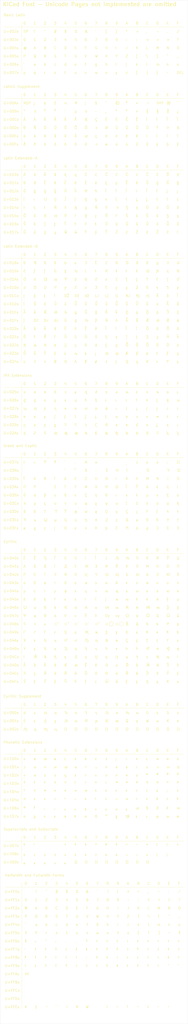
<source format=kicad_pcb>
(kicad_pcb (version 20221018) (generator pcbnew)

  (general
    (thickness 1.6)
  )

  (paper "User" 167.005 821.004)
  (title_block
    (title "KiCad Font Characters")
    (date "2023-10-31")
    (company "Morten Hattesen")
  )

  (layers
    (0 "F.Cu" signal)
    (31 "B.Cu" signal)
    (32 "B.Adhes" user "B.Adhesive")
    (33 "F.Adhes" user "F.Adhesive")
    (34 "B.Paste" user)
    (35 "F.Paste" user)
    (36 "B.SilkS" user "B.Silkscreen")
    (37 "F.SilkS" user "F.Silkscreen")
    (38 "B.Mask" user)
    (39 "F.Mask" user)
    (40 "Dwgs.User" user "User.Drawings")
    (41 "Cmts.User" user "User.Comments")
    (42 "Eco1.User" user "User.Eco1")
    (43 "Eco2.User" user "User.Eco2")
    (44 "Edge.Cuts" user)
    (45 "Margin" user)
    (46 "B.CrtYd" user "B.Courtyard")
    (47 "F.CrtYd" user "F.Courtyard")
    (48 "B.Fab" user)
    (49 "F.Fab" user)
    (50 "User.1" user)
    (51 "User.2" user)
    (52 "User.3" user)
    (53 "User.4" user)
    (54 "User.5" user)
    (55 "User.6" user)
    (56 "User.7" user)
    (57 "User.8" user)
    (58 "User.9" user)
  )

  (setup
    (stackup
      (layer "F.SilkS" (type "Top Silk Screen"))
      (layer "F.Paste" (type "Top Solder Paste"))
      (layer "F.Mask" (type "Top Solder Mask") (thickness 0.01))
      (layer "F.Cu" (type "copper") (thickness 0.035))
      (layer "dielectric 1" (type "core") (thickness 1.51) (material "FR4") (epsilon_r 4.5) (loss_tangent 0.02))
      (layer "B.Cu" (type "copper") (thickness 0.035))
      (layer "B.Mask" (type "Bottom Solder Mask") (thickness 0.01))
      (layer "B.Paste" (type "Bottom Solder Paste"))
      (layer "B.SilkS" (type "Bottom Silk Screen"))
      (copper_finish "None")
      (dielectric_constraints no)
    )
    (pad_to_mask_clearance 0)
    (pcbplotparams
      (layerselection 0x0000020_7ffffffe)
      (plot_on_all_layers_selection 0x0000000_00000000)
      (disableapertmacros false)
      (usegerberextensions false)
      (usegerberattributes true)
      (usegerberadvancedattributes true)
      (creategerberjobfile false)
      (dashed_line_dash_ratio 12.000000)
      (dashed_line_gap_ratio 3.000000)
      (svgprecision 4)
      (plotframeref false)
      (viasonmask false)
      (mode 1)
      (useauxorigin false)
      (hpglpennumber 1)
      (hpglpenspeed 20)
      (hpglpendiameter 15.000000)
      (dxfpolygonmode true)
      (dxfimperialunits true)
      (dxfusepcbnewfont true)
      (psnegative false)
      (psa4output false)
      (plotreference false)
      (plotvalue false)
      (plotinvisibletext false)
      (sketchpadsonfab false)
      (subtractmaskfromsilk false)
      (outputformat 5)
      (mirror false)
      (drillshape 0)
      (scaleselection 1)
      (outputdirectory "export/")
    )
  )

  (net 0 "")

  (gr_line (start 27 596) (end 27 650)
    (stroke (width 0.15) (type default)) (layer "F.SilkS") (tstamp 04e42a5c-04de-48cd-9832-cc3d6c685c29))
  (gr_line (start 27 664) (end 27 686)
    (stroke (width 0.15) (type default)) (layer "F.SilkS") (tstamp 062eb624-f169-4f61-baad-15e83ef62e0c))
  (gr_line (start 154 600) (end 13 600)
    (stroke (width 0.15) (type default)) (layer "F.SilkS") (tstamp 1012bffa-6249-454e-a013-6c7d7d255d84))
  (gr_line (start 27 139) (end 27 193)
    (stroke (width 0.15) (type default)) (layer "F.SilkS") (tstamp 194406ab-eb86-498b-994e-1137fa3b7b6e))
  (gr_line (start 13 443) (end 154 443)
    (stroke (width 0.15) (type default)) (layer "F.SilkS") (tstamp 2a98ef6d-016e-49c6-9505-a908858d9f8e))
  (gr_line (start 13 313) (end 154 313)
    (stroke (width 0.15) (type default)) (layer "F.SilkS") (tstamp 2d8eaaeb-ec9c-43e7-9a6e-c46d1c2f9112))
  (gr_line (start 27 309) (end 27 350)
    (stroke (width 0.15) (type default)) (layer "F.SilkS") (tstamp 4dc97b43-4b00-4fb6-bd9c-c7c06abf2dc6))
  (gr_line (start 13 564) (end 154 564)
    (stroke (width 0.15) (type default)) (layer "F.SilkS") (tstamp 5534f6d2-ff0e-4ebf-ba5c-00a53f904439))
  (gr_line (start 13 143) (end 154 143)
    (stroke (width 0.15) (type default)) (layer "F.SilkS") (tstamp 5a729dda-98ea-4a19-aebe-19906547b758))
  (gr_line (start 13 87) (end 154 87)
    (stroke (width 0.15) (type default)) (layer "F.SilkS") (tstamp 685305f9-8e6b-4b29-8d28-0e8f646c04c3))
  (gr_line (start 27 700) (end 27 799)
    (stroke (width 0.15) (type default)) (layer "F.SilkS") (tstamp 6cb033f9-4b08-46cb-8e65-3960d5da00cf))
  (gr_line (start 27 27) (end 27 68)
    (stroke (width 0.15) (type default)) (layer "F.SilkS") (tstamp 782bd9f8-f358-4afa-b43f-91ce517f8cfb))
  (gr_line (start 27 560) (end 27 582)
    (stroke (width 0.15) (type default)) (layer "F.SilkS") (tstamp 84d42f44-7b8b-4db7-ad40-aab2f311ec1e))
  (gr_line (start 154 668) (end 13 668)
    (stroke (width 0.15) (type default)) (layer "F.SilkS") (tstamp a423fb14-61ea-47e2-ac91-ca59d855021e))
  (gr_line (start 13 368) (end 154 368)
    (stroke (width 0.15) (type default)) (layer "F.SilkS") (tstamp a5bdbdbb-49a0-4e5f-9317-b53eed74a0f1))
  (gr_line (start 27 208) (end 27 294)
    (stroke (width 0.15) (type default)) (layer "F.SilkS") (tstamp ad2c8060-35f9-444c-ab71-848607fc3063))
  (gr_line (start 27 83) (end 27 124)
    (stroke (width 0.15) (type default)) (layer "F.SilkS") (tstamp c9720930-c4b4-41b5-bd50-0472350be66f))
  (gr_line (start 155 704) (end 14 704)
    (stroke (width 0.15) (type default)) (layer "F.SilkS") (tstamp dde4956f-6543-4c3a-888d-dd8448ff5789))
  (gr_line (start 27 364) (end 27 425)
    (stroke (width 0.15) (type default)) (layer "F.SilkS") (tstamp de2a1a59-7cbb-4870-a01e-319e80d73d3f))
  (gr_line (start 13 212) (end 154 212)
    (stroke (width 0.15) (type default)) (layer "F.SilkS") (tstamp e16d24a9-dbc7-48a3-bb04-356fb2346841))
  (gr_line (start 13 31) (end 154 31)
    (stroke (width 0.15) (type default)) (layer "F.SilkS") (tstamp f02d3fa0-5ad1-4fa4-8034-162ef8709773))
  (gr_line (start 27 439) (end 27 545)
    (stroke (width 0.15) (type default)) (layer "F.SilkS") (tstamp f1458d6d-a49b-499c-aad6-274b759a0b69))
  (gr_rect (start 10 10) (end 157 811)
    (stroke (width 0.1) (type default)) (fill none) (layer "Edge.Cuts") (tstamp ab925ebf-a475-4eef-97e2-e757a2eb5adc))
  (gr_text "KiCad Font - Unicode Pages not implemented are omitted" (at 12 15) (layer "F.SilkS") (tstamp d6e1e20f-561d-401f-8c5d-00d901c96988)
    (effects (font (size 3 3) (thickness 0.5) bold) (justify left bottom))
  )
  (gr_text_box "Superscripts and Subscripts\n\n		0	1	2	3	4	5	6	7	8	9	A	B	C	D	E	F\n\nU+207x	⁰	ⁱ			⁴	⁵	⁶	⁷	⁸	⁹	⁺	⁻	⁼	⁽	⁾	ⁿ\n\nU+208x	₀	₁	₂	₃	₄	₅	₆	₇	₈	₉	₊	₋	₌	₍	₎	\n\nU+209x	ₐ	ₑ	ₒ	ₓ	ₔ	ₕ	ₖ	ₗ	ₘ	ₙ	ₚ	ₛ	ₜ			"
    (start 11 656) (end 155 687) (layer "F.SilkS") (tstamp 2427a9cf-8c87-4a80-b8c4-8ee136d6b315)
      (effects (font (size 2 2) (thickness 0.3)) (justify left top))
  )
  (gr_text_box "Basic Latin\n\n		0	1	2	3	4	5	6	7	8	9	A	B	C	D	E	F\n\nU+002x	SP	!	{dblquote}	#	$	%	&	'	(	)	*	+	,	-	.	/\n\nU+003x	0	1	2	3	4	5	6	7	8	9	:	;	<	=	>	?\n\nU+004x	@	A	B	C	D	E	F	G	H	I	J	K	L	M	N	O\n\nU+005x	P	Q	R	S	T	U	V	W	X	Y	Z	[	\\	]	^	_\n\nU+006x	`	a	b	c	d	e	f	g	h	i	j	k	l	m	n	o\n\nU+007x	p	q	r	s	t	u	v	w	x	y	z	{	|	}	~	DEL"
    (start 11 19) (end 155 70) (layer "F.SilkS") (tstamp 2fe74e0c-0993-42b5-af37-fcf52d555b97)
      (effects (font (size 2 2) (thickness 0.3)) (justify left top))
  )
  (gr_text_box "IPA Extensions\n\n		0	1	2	3	4	5	6	7	8	9	A	B	C	D	E	F\n\nU+025x	ɐ	ɑ	ɒ	ɓ	ɔ	ɕ	ɖ	ɗ	ɘ	ə	ɚ	ɛ	ɜ	ɝ	ɞ	ɟ\n\nU+026x	ɠ	ɡ	ɢ	ɣ	ɤ	ɥ	ɦ	ɧ	ɨ	ɩ	ɪ	ɫ	ɬ	ɭ	ɮ	ɯ\n\nU+027x	ɰ	ɱ	ɲ	ɳ	ɴ	ɵ	ɶ	ɷ	ɸ	ɹ	ɺ	ɻ	ɼ	ɽ	ɾ	ɿ\n\nU+028x	ʀ	ʁ	ʂ	ʃ	ʄ	ʅ	ʆ	ʇ	ʈ	ʉ	ʊ	ʋ	ʌ	ʍ	ʎ	ʏ\n\nU+029x	ʐ	ʑ	ʒ	ʓ	ʔ	ʕ	ʖ	ʗ	ʘ	ʙ	ʚ	ʛ	ʜ	ʝ	ʞ	ʟ\n\nU+02Ax	ʠ	ʡ	ʢ	ʣ	ʤ	ʥ	ʦ	ʧ	ʨ	ʩ	ʪ	ʫ	ʬ	ʭ	ʮ	ʯ"
    (start 11 301) (end 155 351) (layer "F.SilkS") (tstamp 4d29987c-b16e-42c1-93a1-86c000e7bb43)
      (effects (font (size 2 2) (thickness 0.3)) (justify left top))
  )
  (gr_text_box "Latin Extended-B\n\n		0	1	2	3	4	5	6	7	8	9	A	B	C	D	E	F\n\nU+018x	ƀ	Ɓ	Ƃ	ƃ	Ƅ	ƅ	Ɔ	Ƈ	ƈ	Ɖ	Ɗ	Ƌ	ƌ	ƍ	Ǝ	Ə\n\nU+019x	Ɛ	Ƒ	ƒ	Ɠ	Ɣ	ƕ	Ɩ	Ɨ	Ƙ	ƙ	ƚ	ƛ	Ɯ	Ɲ	ƞ	Ɵ\n\nU+01Ax	Ơ	ơ	Ƣ	ƣ	Ƥ	ƥ	Ʀ	Ƨ	ƨ	Ʃ	ƪ	ƫ	Ƭ	ƭ	Ʈ	Ư\n\nU+01Bx	ư	Ʊ	Ʋ	Ƴ	ƴ	Ƶ	ƶ	Ʒ	Ƹ	ƹ	ƺ	ƻ	Ƽ	ƽ	ƾ	ƿ\n\nU+01Cx	ǀ	ǁ	ǂ	ǃ	Ǆ	ǅ	ǆ	Ǉ	ǈ	ǉ	Ǌ	ǋ	ǌ	Ǎ	ǎ	Ǐ\n\nU+01Dx	ǐ	Ǒ	ǒ	Ǔ	ǔ	Ǖ	ǖ	Ǘ	ǘ	Ǚ	ǚ	Ǜ	ǜ	ǝ	Ǟ	ǟ\n\nU+01Ex	Ǡ	ǡ	Ǣ	ǣ	Ǥ	ǥ	Ǧ	ǧ	Ǩ	ǩ	Ǫ	ǫ	Ǭ	ǭ	Ǯ	ǯ\n\nU+01Fx	ǰ	Ǳ	ǲ	ǳ	Ǵ	ǵ	Ƕ	Ƿ	Ǹ	ǹ	Ǻ	ǻ	Ǽ	ǽ	Ǿ	ǿ\n\nU+020x	Ȁ	ȁ	Ȃ	ȃ	Ȅ	ȅ	Ȇ	ȇ	Ȉ	ȉ	Ȋ	ȋ	Ȍ	ȍ	Ȏ	ȏ\n\nU+021x	Ȑ	ȑ	Ȓ	ȓ	Ȕ	ȕ	Ȗ	ȗ	Ș	ș	Ț	ț	Ȝ	ȝ	Ȟ	ȟ\n\nU+022x	Ƞ	ȡ	Ȣ	ȣ	Ȥ	ȥ	Ȧ	ȧ	Ȩ	ȩ	Ȫ	ȫ	Ȭ	ȭ	Ȯ	ȯ\n\nU+023x	Ȱ	ȱ	Ȳ	ȳ	ȴ	ȵ	ȶ	ȷ	ȸ	ȹ	Ⱥ	Ȼ	ȼ	Ƚ	Ⱦ	ȿ\n\nU+024x	ɀ	Ɂ	ɂ	Ƀ	Ʉ	Ʌ	Ɇ	ɇ	Ɉ	ɉ	Ɋ	ɋ	Ɍ	ɍ	Ɏ	ɏ"
    (start 11 200) (end 156 296) (layer "F.SilkS") (tstamp 63463b25-f814-497a-a043-f6d8992dc5bb)
      (effects (font (size 2 2) (thickness 0.3)) (justify left top))
  )
  (gr_text_box "Halfwidth and Fullwidth Forms\n\n		0	1	2	3	4	5	6	7	8	9	A	B	C	D	E	F\n\nU+FF0x		！	＂	＃	＄	％	＆	＇	（	）	＊	＋	，	－	．	／\n\nU+FF1x	０	１	２	３	４	５	６	７	８	９	：	；	＜	＝	＞	？\n\nU+FF2x	＠	Ａ	Ｂ	Ｃ	Ｄ	Ｅ	Ｆ	Ｇ	Ｈ	Ｉ	Ｊ	Ｋ	Ｌ	Ｍ	Ｎ	Ｏ\n\nU+FF3x	Ｐ	Ｑ	Ｒ	Ｓ	Ｔ	Ｕ	Ｖ	Ｗ	Ｘ	Ｙ	Ｚ	［	＼	］	＾	＿\n\nU+FF4x	｀	ａ	ｂ	ｃ	ｄ	ｅ	ｆ	ｇ	ｈ	ｉ	ｊ	ｋ	ｌ	ｍ	ｎ	ｏ\n\nU+FF5x	ｐ	ｑ	ｒ	ｓ	ｔ	ｕ	ｖ	ｗ	ｘ	ｙ	ｚ	｛	｜	｝	～	｟\n\nU+FF6x	｠	｡	｢	｣	､	･	ｦ	ｧ	ｨ	ｩ	ｪ	ｫ	ｬ	ｭ	ｮ	ｯ\n\nU+FF7x	ｰ	ｱ	ｲ	ｳ	ｴ	ｵ	ｶ	ｷ	ｸ	ｹ	ｺ	ｻ	ｼ	ｽ	ｾ	ｿ\n\nU+FF8x	ﾀ	ﾁ	ﾂ	ﾃ	ﾄ	ﾅ	ﾆ	ﾇ	ﾈ	ﾉ	ﾊ	ﾋ	ﾌ	ﾍ	ﾎ	ﾏ\n\nU+FF9x	ﾐ	ﾑ	ﾒ	ﾓ	ﾔ	ﾕ	ﾖ	ﾗ	ﾘ	ﾙ	ﾚ	ﾛ	ﾜ	ﾝ	ﾞ	ﾟ\n\nU+FFAx	HF	ﾡ	ﾢ	ﾣ	ﾤ	ﾥ	ﾦ	ﾧ	ﾨ	ﾩ	ﾪ	ﾫ	ﾬ	ﾭ	ﾮ	ﾯ\n\nU+FFBx	ﾰ	ﾱ	ﾲ	ﾳ	ﾴ	ﾵ	ﾶ	ﾷ	ﾸ	ﾹ	ﾺ	ﾻ	ﾼ	ﾽ	ﾾ	\n\nU+FFCx			ￂ	ￃ	ￄ	ￅ	ￆ	ￇ			ￊ	ￋ	ￌ	ￍ	ￎ	ￏ\n\nU+FFDx			ￒ	ￓ	ￔ	ￕ	ￖ	ￗ			ￚ	ￛ	ￜ			\n\nU+FFEx	￠	￡	￢	￣	￤	￥	￦		￨	￩	￪	￫	￬	￭	￮	"
    (start 12 692) (end 156 800) (layer "F.SilkS") (tstamp 79b1b5f2-619a-47f6-badf-99d10336121d)
      (effects (font (size 2 2) (thickness 0.3)) (justify left top))
  )
  (gr_text_box "Phonetic Extensions\n\n		0	1	2	3	4	5	6	7	8	9	A	B	C	D	E	F\n\nU+1D0x	ᴀ	ᴁ	ᴂ	ᴃ	ᴄ	ᴅ	ᴆ	ᴇ	ᴈ	ᴉ	ᴊ	ᴋ	ᴌ	ᴍ	ᴎ	ᴏ\n\nU+1D1x	ᴐ	ᴑ	ᴒ	ᴓ	ᴔ	ᴕ	ᴖ	ᴗ	ᴘ	ᴙ	ᴚ	ᴛ	ᴜ	ᴝ	ᴞ	ᴟ\n\nU+1D2x	ᴠ	ᴡ	ᴢ	ᴣ	ᴤ	ᴥ	ᴦ	ᴧ	ᴨ	ᴩ	ᴪ	ᴫ	ᴬ	ᴭ	ᴮ	ᴯ\n\nU+1D3x	ᴰ	ᴱ	ᴲ	ᴳ	ᴴ	ᴵ	ᴶ	ᴷ	ᴸ	ᴹ	ᴺ	ᴻ	ᴼ	ᴽ	ᴾ	ᴿ\n\nU+1D4x	ᵀ	ᵁ	ᵂ	ᵃ	ᵄ	ᵅ	ᵆ	ᵇ	ᵈ	ᵉ	ᵊ	ᵋ	ᵌ	ᵍ	ᵎ	ᵏ\n\nU+1D5x	ᵐ	ᵑ	ᵒ	ᵓ	ᵔ	ᵕ	ᵖ	ᵗ	ᵘ	ᵙ	ᵚ	ᵛ	ᵜ	ᵝ	ᵞ	ᵟ\n\nU+1D6x	ᵠ	ᵡ	ᵢ	ᵣ	ᵤ	ᵥ	ᵦ	ᵧ	ᵨ	ᵩ	ᵪ	ᵫ	ᵬ	ᵭ	ᵮ	ᵯ\n\nU+1D7x	ᵰ	ᵱ	ᵲ	ᵳ	ᵴ	ᵵ	ᵶ	ᵷ	ᵸ	ᵹ	ᵺ	ᵻ	ᵼ	ᵽ	ᵾ	ᵿ"
    (start 11 588) (end 155 651) (layer "F.SilkS") (tstamp 921f7b57-d049-4279-9356-f88656274328)
      (effects (font (size 2 2) (thickness 0.3)) (justify left top))
  )
  (gr_text_box "Latin1 Supplement\n\n		0	1	2	3	4	5	6	7	8	9	A	B	C	D	E	F\n\nU+00Ax	NSP	¡	¢	£	¤	¥	¦	§	¨	©	ª	«	¬	SHY	®	¯\n\nU+00Bx	°	±	²	³	'	µ	¶	·	¸	¹	º	»	¼	½	¾	¿\n\nU+00Cx	À	Á	Â	Ã	Ä	Å	Æ	Ç	È	É	Ê	Ë	Ì	Í	Î	Ï\n\nU+00Dx	Ð	Ñ	Ò	Ó	Ô	Õ	Ö	×	Ø	Ù	Ú	Û	Ü	Ý	Þ	ß\n\nU+00Ex	à	á	â	ã	ä	å	æ	ç	è	é	ê	ë	ì	í	î	ï\n\nU+00Fx	ð	ñ	ò	ó	ô	õ	ö	÷	ø	ù	ú	û	ü	ý	þ	ÿ"
    (start 11 75) (end 156 126) (layer "F.SilkS") (tstamp ad176a60-58b9-4a61-9713-512ca8f18d7a)
      (effects (font (size 2 2) (thickness 0.3)) (justify left top))
  )
  (gr_text_box "Cyrillic\n\n 		0	1	2	3	4	5	6	7	8	9	A	B	C	D	E	F\n\nU+040x	Ѐ	Ё	Ђ	Ѓ	Є	Ѕ	І	Ї	Ј	Љ	Њ	Ћ	Ќ	Ѝ	Ў	Џ\n\nU+041x	А	Б	В	Г	Д	Е	Ж	З	И	Й	К	Л	М	Н	О	П\n\nU+042x	Р	С	Т	У	Ф	Х	Ц	Ч	Ш	Щ	Ъ	Ы	Ь	Э	Ю	Я\n\nU+043x	а	б	в	г	д	е	ж	з	и	й	к	л	м	н	о	п\n\nU+044x	р	с	т	у	ф	х	ц	ч	ш	щ	ъ	ы	ь	э	ю	я\n\nU+045x	ѐ	ё	ђ	ѓ	є	ѕ	і	ї	ј	љ	њ	ћ	ќ	ѝ	ў	џ\n\nU+046x	Ѡ	ѡ	Ѣ	ѣ	Ѥ	ѥ	Ѧ	ѧ	Ѩ	ѩ	Ѫ	ѫ	Ѭ	ѭ	Ѯ	ѯ\n\nU+047x	Ѱ	ѱ	Ѳ	ѳ	Ѵ	ѵ	Ѷ	ѷ	Ѹ	ѹ	Ѻ	ѻ	Ѽ	ѽ	Ѿ	ѿ\n\nU+048x	Ҁ	ҁ	҂	◌҃	◌҄	◌҅	◌҆	◌҇	◌҈	◌҉	Ҋ	ҋ	Ҍ	ҍ	Ҏ	ҏ\n\nU+049x	Ґ	ґ	Ғ	ғ	Ҕ	ҕ	Җ	җ	Ҙ	ҙ	Қ	қ	Ҝ	ҝ	Ҟ	ҟ\n\nU+04Ax	Ҡ	ҡ	Ң	ң	Ҥ	ҥ	Ҧ	ҧ	Ҩ	ҩ	Ҫ	ҫ	Ҭ	ҭ	Ү	ү\n\nU+04Bx	Ұ	ұ	Ҳ	ҳ	Ҵ	ҵ	Ҷ	ҷ	Ҹ	ҹ	Һ	һ	Ҽ	ҽ	Ҿ	ҿ\n\nU+04Cx	Ӏ	Ӂ	ӂ	Ӄ	ӄ	Ӆ	ӆ	Ӈ	ӈ	Ӊ	ӊ	Ӌ	ӌ	Ӎ	ӎ	ӏ\n\nU+04Dx	Ӑ	ӑ	Ӓ	ӓ	Ӕ	ӕ	Ӗ	ӗ	Ә	ә	Ӛ	ӛ	Ӝ	ӝ	Ӟ	ӟ\n\nU+04Ex	Ӡ	ӡ	Ӣ	ӣ	Ӥ	ӥ	Ӧ	ӧ	Ө	ө	Ӫ	ӫ	Ӭ	ӭ	Ӯ	ӯ\n\nU+04Fx	Ӱ	ӱ	Ӳ	ӳ	Ӵ	ӵ	Ӷ	ӷ	Ӹ	ӹ	Ӻ	ӻ	Ӽ	ӽ	Ӿ	ӿ"
    (start 11 431) (end 155 547) (layer "F.SilkS") (tstamp ad96964a-7ff5-4070-9d4b-ed82cc239925)
      (effects (font (size 2 2) (thickness 0.3)) (justify left top))
  )
  (gr_text_box "Latin Extended-A\n\n		0	1	2	3	4	5	6	7	8	9	A	B	C	D	E	F\n\nU+010x	Ā	ā	Ă	ă	Ą	ą	Ć	ć	Ĉ	ĉ	Ċ	ċ	Č	č	Ď	ď\n\nU+011x	Đ	đ	Ē	ē	Ĕ	ĕ	Ė	ė	Ę	ę	Ě	ě	Ĝ	ĝ	Ğ	ğ\n\nU+012x	Ġ	ġ	Ģ	ģ	Ĥ	ĥ	Ħ	ħ	Ĩ	ĩ	Ī	ī	Ĭ	ĭ	Į	į\n\nU+013x	İ	ı	Ĳ	ĳ	Ĵ	ĵ	Ķ	ķ	ĸ	Ĺ	ĺ	Ļ	ļ	Ľ	ľ	Ŀ\n\nU+014x	ŀ	Ł	ł	Ń	ń	Ņ	ņ	Ň	ň	ŉ	Ŋ	ŋ	Ō	ō	Ŏ	ŏ\n\nU+015x	Ő	ő	Œ	œ	Ŕ	ŕ	Ŗ	ŗ	Ř	ř	Ś	ś	Ŝ	ŝ	Ş	ş\n\nU+016x	Š	š	Ţ	ţ	Ť	ť	Ŧ	ŧ	Ũ	ũ	Ū	ū	Ŭ	ŭ	Ů	ů\n\nU+017x	Ű	ű	Ų	ų	Ŵ	ŵ	Ŷ	ŷ	Ÿ	Ź	ź	Ż	ż	Ž	ž	ſ"
    (start 11 131) (end 156 195) (layer "F.SilkS") (tstamp bc7e162c-eb5e-451a-b161-31838bdc4e42)
      (effects (font (size 2 2) (thickness 0.3)) (justify left top))
  )
  (gr_text_box "Greek and Coptic\n\n 		0	1	2	3	4	5	6	7	8	9	A	B	C	D	E	F\n\nU+037x	Ͱ	ͱ	Ͳ	ͳ	ʹ	͵	Ͷ	ͷ			ͺ	ͻ	ͼ	ͽ	;	Ϳ\n\nU+038x					΄	΅	Ά	·	Έ	Ή	Ί		Ό		Ύ	Ώ\n\nU+039x	ΐ	Α	Β	Γ	Δ	Ε	Ζ	Η	Θ	Ι	Κ	Λ	Μ	Ν	Ξ	Ο\n\nU+03Ax	Π	Ρ		Σ	Τ	Υ	Φ	Χ	Ψ	Ω	Ϊ	Ϋ	ά	έ	ή	ί\n\nU+03Bx	ΰ	α	β	γ	δ	ε	ζ	η	θ	ι	κ	λ	μ	ν	ξ	ο\n\nU+03Cx	π	ρ	ς	σ	τ	υ	φ	χ	ψ	ω	ϊ	ϋ	ό	ύ	ώ	Ϗ\n\nU+03Dx	ϐ	ϑ	ϒ	ϓ	ϔ	ϕ	ϖ	ϗ	Ϙ	ϙ	Ϛ	ϛ	Ϝ	ϝ	Ϟ	ϟ\n\nU+03Ex	Ϡ	ϡ	Ϣ	ϣ	Ϥ	ϥ	Ϧ	ϧ	Ϩ	ϩ	Ϫ	ϫ	Ϭ	ϭ	Ϯ	ϯ\n\nU+03Fx	ϰ	ϱ	ϲ	ϳ	ϴ	ϵ	϶	Ϸ	ϸ	Ϲ	Ϻ	ϻ	ϼ	Ͻ	Ͼ	Ͽ"
    (start 11 356) (end 155 426) (layer "F.SilkS") (tstamp c64d20d1-3817-40d7-908a-75a97b4ecf2a)
      (effects (font (size 2 2) (thickness 0.3)) (justify left top))
  )
  (gr_text_box "Cyrillic Supplement\n\n 		0	1	2	3	4	5	6	7	8	9	A	B	C	D	E	F\n\nU+050x	Ԁ	ԁ	Ԃ	ԃ	Ԅ	ԅ	Ԇ	ԇ	Ԉ	ԉ	Ԋ	ԋ	Ԍ	ԍ	Ԏ	ԏ\n\nU+051x	Ԑ	ԑ	Ԓ	ԓ	Ԕ	ԕ	Ԗ	ԗ	Ԙ	ԙ	Ԛ	ԛ	Ԝ	ԝ	Ԟ	ԟ\n\nU+052x	Ԡ	ԡ	Ԣ	ԣ	Ԥ	ԥ	Ԧ	ԧ	Ԩ	ԩ	Ԫ	ԫ	Ԭ	ԭ	Ԯ	ԯ"
    (start 11 552) (end 155 583) (layer "F.SilkS") (tstamp d20204fd-e319-4ef5-9a35-a9e0c8180bc3)
      (effects (font (size 2 2) (thickness 0.3)) (justify left top))
  )

  (group "" (id 10d16f79-7624-48bf-b5de-ba168742578a)
    (members
      685305f9-8e6b-4b29-8d28-0e8f646c04c3
      ad176a60-58b9-4a61-9713-512ca8f18d7a
      c9720930-c4b4-41b5-bd50-0472350be66f
    )
  )
  (group "" (id 26254359-2a72-48fb-bf9a-b76fca45b32d)
    (members
      04e42a5c-04de-48cd-9832-cc3d6c685c29
      1012bffa-6249-454e-a013-6c7d7d255d84
      921f7b57-d049-4279-9356-f88656274328
    )
  )
  (group "" (id 26b016fa-5430-4a3d-9350-f8a425adcde5)
    (members
      6cb033f9-4b08-46cb-8e65-3960d5da00cf
      79b1b5f2-619a-47f6-badf-99d10336121d
      dde4956f-6543-4c3a-888d-dd8448ff5789
    )
  )
  (group "" (id 77080d20-7dbb-40e9-8009-72fe85131f03)
    (members
      5534f6d2-ff0e-4ebf-ba5c-00a53f904439
      84d42f44-7b8b-4db7-ad40-aab2f311ec1e
      d20204fd-e319-4ef5-9a35-a9e0c8180bc3
    )
  )
  (group "" (id 7e93d43a-a84d-4ec8-91a4-9e577e1dfa8f)
    (members
      a5bdbdbb-49a0-4e5f-9317-b53eed74a0f1
      c64d20d1-3817-40d7-908a-75a97b4ecf2a
      de2a1a59-7cbb-4870-a01e-319e80d73d3f
    )
  )
  (group "" (id 981cf8f1-002d-401e-a745-66a3b6efa2e8)
    (members
      2fe74e0c-0993-42b5-af37-fcf52d555b97
      782bd9f8-f358-4afa-b43f-91ce517f8cfb
      f02d3fa0-5ad1-4fa4-8034-162ef8709773
    )
  )
  (group "" (id a066bd08-c1c9-45d0-82e5-3bd7aa42693b)
    (members
      062eb624-f169-4f61-baad-15e83ef62e0c
      2427a9cf-8c87-4a80-b8c4-8ee136d6b315
      a423fb14-61ea-47e2-ac91-ca59d855021e
    )
  )
  (group "" (id b9250103-cedd-41a2-b810-95bf57ab4864)
    (members
      2d8eaaeb-ec9c-43e7-9a6e-c46d1c2f9112
      4d29987c-b16e-42c1-93a1-86c000e7bb43
      4dc97b43-4b00-4fb6-bd9c-c7c06abf2dc6
    )
  )
  (group "" (id bfb11545-280c-45e9-b437-c99ebf17871e)
    (members
      194406ab-eb86-498b-994e-1137fa3b7b6e
      5a729dda-98ea-4a19-aebe-19906547b758
      bc7e162c-eb5e-451a-b161-31838bdc4e42
    )
  )
  (group "" (id de47ccd5-a149-4930-beb6-182c2605de8f)
    (members
      63463b25-f814-497a-a043-f6d8992dc5bb
      ad2c8060-35f9-444c-ab71-848607fc3063
      e16d24a9-dbc7-48a3-bb04-356fb2346841
    )
  )
  (group "" (id f8b6e90c-8303-4a87-a758-f86a4a62b125)
    (members
      2a98ef6d-016e-49c6-9505-a908858d9f8e
      ad96964a-7ff5-4070-9d4b-ed82cc239925
      f1458d6d-a49b-499c-aad6-274b759a0b69
    )
  )
)

</source>
